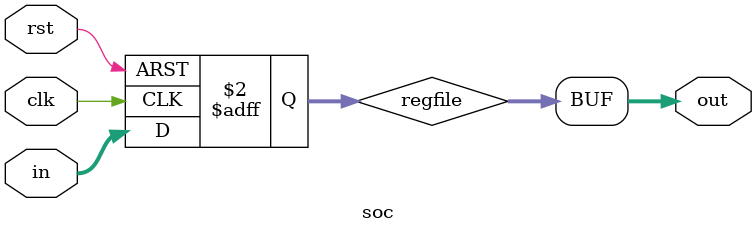
<source format=v>
module soc(input clk, input rst, input [3:0] in, output [3:0] out);
  reg [3:0] regfile;
  always @(posedge clk or posedge rst) begin
    if (rst)
      regfile <= 0;
    else
      regfile <= in;
  end
  assign out = regfile;
endmodule

</source>
